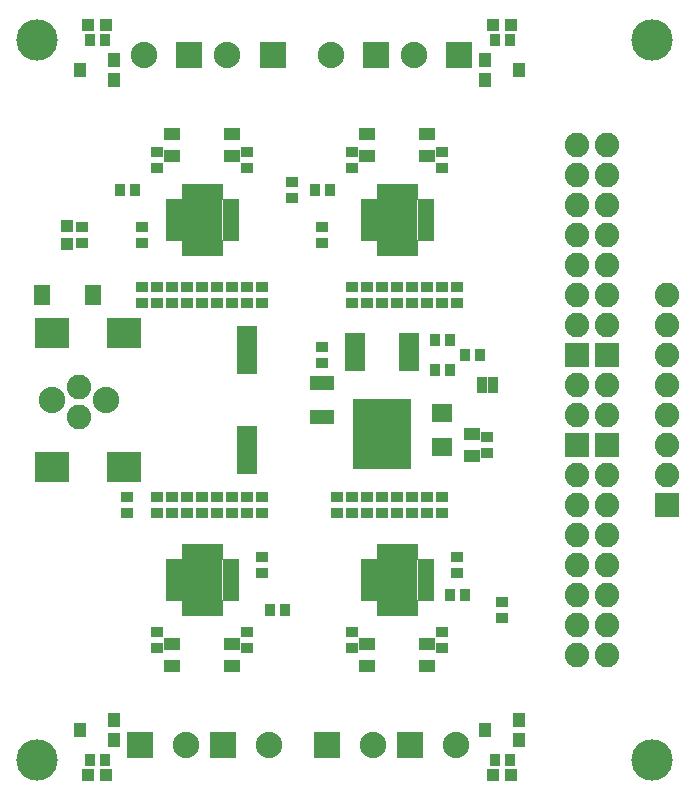
<source format=gbr>
G04 EAGLE Gerber RS-274X export*
G75*
%MOMM*%
%FSLAX34Y34*%
%LPD*%
%INSoldermask Top*%
%IPPOS*%
%AMOC8*
5,1,8,0,0,1.08239X$1,22.5*%
G01*
%ADD10R,1.353200X0.503200*%
%ADD11R,0.503200X1.353200*%
%ADD12R,3.353200X3.353200*%
%ADD13R,1.103200X0.903200*%
%ADD14R,0.903200X1.103200*%
%ADD15R,2.235200X2.235200*%
%ADD16C,2.235200*%
%ADD17C,3.505200*%
%ADD18R,1.003200X1.003200*%
%ADD19R,1.803200X3.203200*%
%ADD20R,5.029200X5.918200*%
%ADD21R,2.003200X1.203200*%
%ADD22R,1.803200X4.103200*%
%ADD23R,1.473200X1.673200*%
%ADD24R,1.803200X1.603200*%
%ADD25R,1.403200X1.003200*%
%ADD26R,1.103200X1.203200*%
%ADD27R,1.103200X1.303200*%
%ADD28R,2.082800X2.082800*%
%ADD29C,2.082800*%
%ADD30R,0.838200X1.473200*%
%ADD31R,3.003200X2.603200*%


D10*
X141100Y497600D03*
X141100Y492600D03*
X141100Y487600D03*
X141100Y482600D03*
X141100Y477600D03*
X141100Y472600D03*
X141100Y467600D03*
D11*
X150100Y458600D03*
X155100Y458600D03*
X160100Y458600D03*
X165100Y458600D03*
X170100Y458600D03*
X175100Y458600D03*
X180100Y458600D03*
D10*
X189100Y467600D03*
X189100Y472600D03*
X189100Y477600D03*
X189100Y482600D03*
X189100Y487600D03*
X189100Y492600D03*
X189100Y497600D03*
D11*
X180100Y506600D03*
X175100Y506600D03*
X170100Y506600D03*
X165100Y506600D03*
X160100Y506600D03*
X155100Y506600D03*
X150100Y506600D03*
D12*
X165100Y482600D03*
D13*
X406400Y298600D03*
X406400Y285600D03*
D14*
X361800Y355600D03*
X374800Y355600D03*
D15*
X224790Y622300D03*
D16*
X186234Y622300D03*
D15*
X154178Y622300D03*
D16*
X115622Y622300D03*
D17*
X25400Y25400D03*
X546100Y25400D03*
X25400Y635000D03*
X546100Y635000D03*
D18*
X83700Y647700D03*
X68700Y647700D03*
D19*
X340300Y370600D03*
X294700Y370600D03*
D20*
X317500Y301620D03*
D21*
X266700Y316200D03*
X266700Y344200D03*
D22*
X203200Y372700D03*
X203200Y287700D03*
D23*
X29300Y419100D03*
X72300Y419100D03*
D14*
X374800Y381000D03*
X361800Y381000D03*
D24*
X368300Y290800D03*
X368300Y318800D03*
D25*
X393700Y301100D03*
X393700Y283100D03*
D13*
X266700Y361800D03*
X266700Y374800D03*
D26*
X90700Y601100D03*
X90700Y618100D03*
D27*
X61700Y609600D03*
D13*
X114300Y476400D03*
X114300Y463400D03*
D25*
X190500Y555100D03*
X190500Y537100D03*
X139700Y555100D03*
X139700Y537100D03*
D13*
X114300Y425600D03*
X114300Y412600D03*
X127000Y425600D03*
X127000Y412600D03*
X190500Y425600D03*
X190500Y412600D03*
X215900Y412600D03*
X215900Y425600D03*
X127000Y526900D03*
X127000Y539900D03*
X203200Y526900D03*
X203200Y539900D03*
D14*
X82700Y635000D03*
X69700Y635000D03*
D13*
X165100Y412600D03*
X165100Y425600D03*
D10*
X189100Y162800D03*
X189100Y167800D03*
X189100Y172800D03*
X189100Y177800D03*
X189100Y182800D03*
X189100Y187800D03*
X189100Y192800D03*
D11*
X180100Y201800D03*
X175100Y201800D03*
X170100Y201800D03*
X165100Y201800D03*
X160100Y201800D03*
X155100Y201800D03*
X150100Y201800D03*
D10*
X141100Y192800D03*
X141100Y187800D03*
X141100Y182800D03*
X141100Y177800D03*
X141100Y172800D03*
X141100Y167800D03*
X141100Y162800D03*
D11*
X150100Y153800D03*
X155100Y153800D03*
X160100Y153800D03*
X165100Y153800D03*
X170100Y153800D03*
X175100Y153800D03*
X180100Y153800D03*
D12*
X165100Y177800D03*
D15*
X112522Y38100D03*
D16*
X151078Y38100D03*
D15*
X182880Y38100D03*
D16*
X221436Y38100D03*
D18*
X83700Y12700D03*
X68700Y12700D03*
D26*
X90700Y42300D03*
X90700Y59300D03*
D27*
X61700Y50800D03*
D13*
X215900Y184000D03*
X215900Y197000D03*
D25*
X139700Y105300D03*
X139700Y123300D03*
X190500Y105300D03*
X190500Y123300D03*
D13*
X215900Y234800D03*
X215900Y247800D03*
X203200Y234800D03*
X203200Y247800D03*
X139700Y234800D03*
X139700Y247800D03*
X101600Y247800D03*
X101600Y234800D03*
X203200Y133500D03*
X203200Y120500D03*
X127000Y133500D03*
X127000Y120500D03*
D14*
X82700Y25400D03*
X69700Y25400D03*
D13*
X127000Y247800D03*
X127000Y234800D03*
D10*
X354200Y162800D03*
X354200Y167800D03*
X354200Y172800D03*
X354200Y177800D03*
X354200Y182800D03*
X354200Y187800D03*
X354200Y192800D03*
D11*
X345200Y201800D03*
X340200Y201800D03*
X335200Y201800D03*
X330200Y201800D03*
X325200Y201800D03*
X320200Y201800D03*
X315200Y201800D03*
D10*
X306200Y192800D03*
X306200Y187800D03*
X306200Y182800D03*
X306200Y177800D03*
X306200Y172800D03*
X306200Y167800D03*
X306200Y162800D03*
D11*
X315200Y153800D03*
X320200Y153800D03*
X325200Y153800D03*
X330200Y153800D03*
X335200Y153800D03*
X340200Y153800D03*
X345200Y153800D03*
D12*
X330200Y177800D03*
D15*
X270764Y38100D03*
D16*
X309320Y38100D03*
D15*
X341122Y38100D03*
D16*
X379678Y38100D03*
D18*
X426600Y12700D03*
X411600Y12700D03*
D26*
X433600Y42300D03*
X433600Y59300D03*
D27*
X404600Y50800D03*
D13*
X381000Y184000D03*
X381000Y197000D03*
D25*
X304800Y105300D03*
X304800Y123300D03*
X355600Y105300D03*
X355600Y123300D03*
D13*
X419100Y158900D03*
X419100Y145900D03*
X368300Y234800D03*
X368300Y247800D03*
X304800Y234800D03*
X304800Y247800D03*
X279400Y234800D03*
X279400Y247800D03*
X292100Y133500D03*
X292100Y120500D03*
X368300Y133500D03*
X368300Y120500D03*
D14*
X425600Y25400D03*
X412600Y25400D03*
D13*
X292100Y247800D03*
X292100Y234800D03*
D10*
X306200Y497600D03*
X306200Y492600D03*
X306200Y487600D03*
X306200Y482600D03*
X306200Y477600D03*
X306200Y472600D03*
X306200Y467600D03*
D11*
X315200Y458600D03*
X320200Y458600D03*
X325200Y458600D03*
X330200Y458600D03*
X335200Y458600D03*
X340200Y458600D03*
X345200Y458600D03*
D10*
X354200Y467600D03*
X354200Y472600D03*
X354200Y477600D03*
X354200Y482600D03*
X354200Y487600D03*
X354200Y492600D03*
X354200Y497600D03*
D11*
X345200Y506600D03*
X340200Y506600D03*
X335200Y506600D03*
X330200Y506600D03*
X325200Y506600D03*
X320200Y506600D03*
X315200Y506600D03*
D12*
X330200Y482600D03*
D15*
X382778Y622300D03*
D16*
X344222Y622300D03*
D15*
X312420Y622300D03*
D16*
X273864Y622300D03*
D18*
X411600Y647700D03*
X426600Y647700D03*
D26*
X404600Y618100D03*
X404600Y601100D03*
D27*
X433600Y609600D03*
D13*
X266700Y476400D03*
X266700Y463400D03*
D25*
X355600Y555100D03*
X355600Y537100D03*
X304800Y555100D03*
X304800Y537100D03*
D13*
X241300Y501500D03*
X241300Y514500D03*
X292100Y425600D03*
X292100Y412600D03*
X355600Y425600D03*
X355600Y412600D03*
X381000Y425600D03*
X381000Y412600D03*
X292100Y526900D03*
X292100Y539900D03*
X368300Y526900D03*
X368300Y539900D03*
D14*
X412600Y635000D03*
X425600Y635000D03*
D13*
X368300Y412600D03*
X368300Y425600D03*
D28*
X482600Y368300D03*
D29*
X482600Y393700D03*
X482600Y419100D03*
X482600Y444500D03*
X482600Y469900D03*
X482600Y495300D03*
X482600Y520700D03*
X482600Y546100D03*
D28*
X482600Y292100D03*
D29*
X482600Y266700D03*
X482600Y241300D03*
X482600Y215900D03*
X482600Y190500D03*
X482600Y165100D03*
X482600Y139700D03*
X482600Y114300D03*
D28*
X508000Y292100D03*
D29*
X508000Y266700D03*
X508000Y241300D03*
X508000Y215900D03*
X508000Y190500D03*
X508000Y165100D03*
X508000Y139700D03*
X508000Y114300D03*
D28*
X508000Y368300D03*
D29*
X508000Y393700D03*
X508000Y419100D03*
X508000Y444500D03*
X508000Y469900D03*
X508000Y495300D03*
X508000Y520700D03*
X508000Y546100D03*
D13*
X152400Y412600D03*
X152400Y425600D03*
X139700Y412600D03*
X139700Y425600D03*
X177800Y412600D03*
X177800Y425600D03*
X203200Y412600D03*
X203200Y425600D03*
D14*
X400200Y368300D03*
X387200Y368300D03*
D30*
X401900Y342900D03*
X410900Y342900D03*
D18*
X50800Y462400D03*
X50800Y477400D03*
D13*
X63500Y476400D03*
X63500Y463400D03*
X342900Y412600D03*
X342900Y425600D03*
X304800Y412600D03*
X304800Y425600D03*
X317500Y412600D03*
X317500Y425600D03*
X330200Y412600D03*
X330200Y425600D03*
X165100Y247800D03*
X165100Y234800D03*
X177800Y247800D03*
X177800Y234800D03*
X190500Y247800D03*
X190500Y234800D03*
X152400Y247800D03*
X152400Y234800D03*
X330200Y247800D03*
X330200Y234800D03*
X342900Y247800D03*
X342900Y234800D03*
X355600Y247800D03*
X355600Y234800D03*
X317500Y247800D03*
X317500Y234800D03*
D31*
X38100Y387200D03*
X38100Y273200D03*
X99100Y387200D03*
X99100Y273200D03*
D16*
X38100Y330200D03*
X83820Y330200D03*
D29*
X508000Y342900D03*
X482600Y342900D03*
X482600Y317500D03*
X508000Y317500D03*
D14*
X260200Y508000D03*
X273200Y508000D03*
X95100Y508000D03*
X108100Y508000D03*
X235100Y152400D03*
X222100Y152400D03*
X387500Y165100D03*
X374500Y165100D03*
D29*
X60960Y341630D03*
X60960Y316230D03*
D28*
X558800Y241300D03*
D29*
X558800Y266700D03*
X558800Y292100D03*
X558800Y317500D03*
X558800Y342900D03*
X558800Y368300D03*
X558800Y393700D03*
X558800Y419100D03*
M02*

</source>
